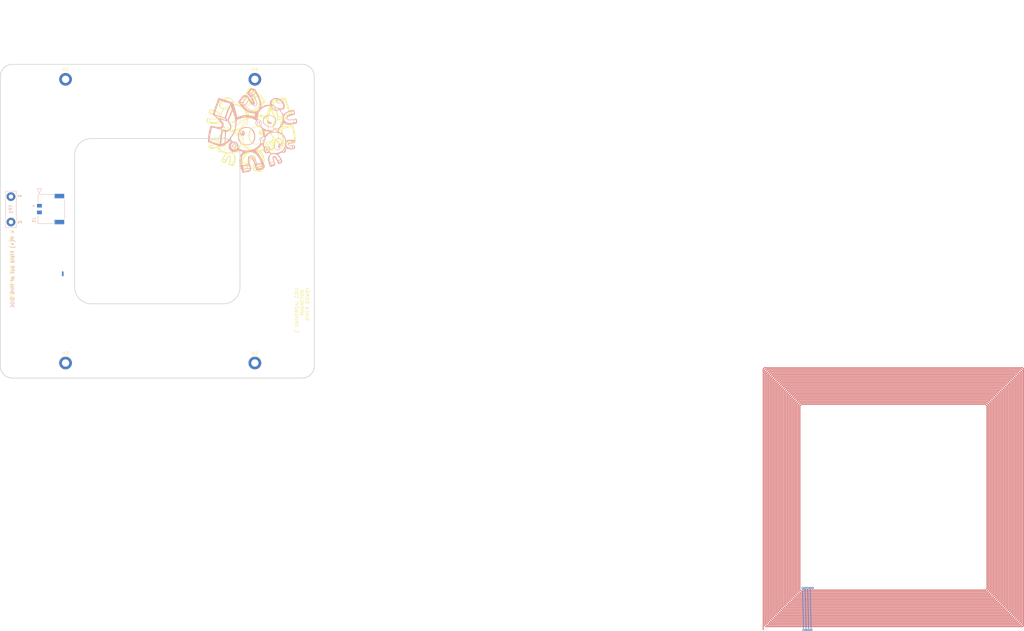
<source format=kicad_pcb>
(kicad_pcb (version 20241229) (generator "pcbnew") (generator_version "9.0")
  (title_block (title "Magneton") (date "2024-12-07") (rev "1.0") (comment 1 "Designed by: Eric Liu      ") (comment 2 "Retrofitted by: River Dowdy"))
  (layers (0 "F.Cu" signal) (4 "In1.Cu" signal) (6 "In2.Cu" signal) (8 "In3.Cu" signal) (10 "In4.Cu" signal) (2 "B.Cu" signal) (13 "F.Paste" user) (15 "B.Paste" user) (5 "F.SilkS" user "F.Silkscreen") (7 "B.SilkS" user "B.Silkscreen") (1 "F.Mask" user) (3 "B.Mask" user) (25 "Edge.Cuts" user))
  (net 0 "")
  (net 2 "COIL_1")
  (net 3 "COIL_2")
  (footprint "MountingHole:MountingHole_2.2mm_M2_DIN965_Pad_TopBottom" (layer "F.Cu") (at 91.151143 148.603288)
    (property "Reference" "H3" (at 0 -2.9 0) (layer "F.SilkS"))
    (property "Value" "~")
    (pad "1" thru_hole circle (at 0 0) (size 2.6 2.6) (drill 2.2) (layers "*.Cu" "*.Mask"))
    (pad "1" connect circle (at 0 0) (size 3.8 3.8) (layers "F.Cu" "F.Mask"))
    (pad "1" connect circle (at 0 0) (size 3.8 3.8) (layers "B.Cu" "B.Mask"))
  )
  (footprint "IMAGE_FOOTPRINTS:mk3smallmag" (layer "F.Cu") (at 146.724 78.709)
    (property "Reference" "G***" (hide yes))
    (property "Value" "LOGO" (hide yes))
  )
  (footprint "MountingHole:MountingHole_2.2mm_M2_DIN965_Pad_TopBottom" (layer "F.Cu") (at 147.825143 63.603288)
    (property "Reference" "H4" (at 0 -2.9 0) (layer "F.SilkS"))
    (property "Value" "~")
    (pad "1" thru_hole circle (at 0 0) (size 2.6 2.6) (drill 2.2) (layers "*.Cu" "*.Mask"))
    (pad "1" connect circle (at 0 0) (size 3.8 3.8) (layers "F.Cu" "F.Mask"))
    (pad "1" connect circle (at 0 0) (size 3.8 3.8) (layers "B.Cu" "B.Mask"))
  )
  (footprint "MountingHole:MountingHole_2.2mm_M2_DIN965_Pad_TopBottom" (layer "F.Cu") (at 147.825143 148.603288)
    (property "Reference" "H2" (at 0 -2.9 0) (layer "F.SilkS"))
    (property "Value" "~")
    (pad "1" thru_hole circle (at 0 0) (size 2.6 2.6) (drill 2.2) (layers "*.Cu" "*.Mask"))
    (pad "1" connect circle (at 0 0) (size 3.8 3.8) (layers "F.Cu" "F.Mask"))
    (pad "1" connect circle (at 0 0) (size 3.8 3.8) (layers "B.Cu" "B.Mask"))
  )
  (footprint "MountingHole:MountingHole_2.2mm_M2_DIN965_Pad_TopBottom" (layer "F.Cu") (at 91.151143 63.603288)
    (property "Reference" "H1" (at 0 -2.9 0) (layer "F.SilkS"))
    (property "Value" "~")
    (pad "1" thru_hole circle (at 0 0) (size 2.6 2.6) (drill 2.2) (layers "*.Cu" "*.Mask"))
    (pad "1" connect circle (at 0 0) (size 3.8 3.8) (layers "F.Cu" "F.Mask"))
    (pad "1" connect circle (at 0 0) (size 3.8 3.8) (layers "B.Cu" "B.Mask"))
  )
  (footprint "ssi_connector:TestPointConnection" (layer "B.Cu") (at 75.304 102.574 -90)
    (property "Reference" "TP1" (at 0 0.5 90) (layer "B.SilkS") (effects (justify mirror)))
    (property "Value" "Start/End of Coil Series" (hide yes))
    (pad "1" thru_hole circle (at -3.82 0.5 270) (size 2.6 2.6) (drill 1.3) (layers "*.Cu" "*.Mask") (net 2 "COIL_1"))
    (pad "2" thru_hole circle (at 3.8 0.5 270) (size 2.6 2.6) (drill 1.3) (layers "*.Cu" "*.Mask") (net 3 "COIL_2"))
  )
  (footprint "ssi_connector:Molex_205338-0002" (layer "B.Cu") (at 83.329001 101.479003 90)
    (property "Reference" "J1" (at -4.305002 -1.625001 90) (layer "B.SilkS") (effects (justify mirror)))
    (property "Value" "2053380002" (hide yes))
    (fp_text user "*" (at -0.01 -1.43 90) (layer "B.SilkS") (effects (justify mirror)))
    (pad "1" smd rect (at 0 0 90) (size 1.1 1.45) (layers "B.Cu" "B.Mask" "B.Paste") (net 2 "COIL_1"))
    (pad "2" smd rect (at -2.000001 0 90) (size 1.1 1.45) (layers "B.Cu" "B.Mask" "B.Paste") (net 3 "COIL_2"))
    (pad "3" smd rect (at 2.894998 5.974999 90) (size 1.35 2.899999) (layers "B.Cu" "B.Mask" "B.Paste"))
    (pad "4" smd rect (at -4.894997 5.974999 90) (size 1.35 2.899999) (layers "B.Cu" "B.Mask" "B.Paste"))
  )
  (footprint "NetTie:NetTie-2_SMD_Pad0.5mm" (layer "B.Cu") (at 90.304 121.874 -90)
    (property "Reference" "NT1" (hide yes))
    (property "Value" "NetTie_2" (hide yes))
    (fp_poly (pts (xy -0.5 0.25) (xy 0.5 0.25) (xy 0.5 -0.25) (xy -0.5 -0.25)) (fill yes) (layer "B.Cu"))
    (pad "1" smd circle (at -0.5 0 270) (size 0.5 0.5) (layers "B.Cu") (net 3 "COIL_2"))
    (pad "2" smd circle (at 0.5 0 270) (size 0.5 0.5) (layers "B.Cu") (net 2 "COIL_1"))
  )
  (footprint "IMAGE_FOOTPRINTS:mk3smallmag" (layer "B.Cu") (at 147.124 78.909 180)
    (property "Reference" "G***" (hide yes))
    (property "Value" "LOGO" (hide yes))
  )
  (gr_line (start 72.939249 59.941828) (end 72.682432 60.17517) (stroke (width 0.2)) (layer "Edge.Cuts"))
  (gr_arc (start 93.861012 86.353778) (mid 95.325478 82.818244) (end 98.861011 81.353778) (stroke (width 0.2)) (layer "Edge.Cuts"))
  (gr_line (start 74.796835 153.073305) (end 75.243142 153.100905) (stroke (width 0.2)) (layer "Edge.Cuts"))
  (gr_line (start 71.697483 62.00523) (end 71.624142 62.735879) (stroke (width 0.2)) (layer "Edge.Cuts"))
  (gr_line (start 72.060028 61.008851) (end 71.907907 61.325299) (stroke (width 0.2)) (layer "Edge.Cuts"))
  (gr_line (start 164.991264 60.710481) (end 164.783197 60.431987) (stroke (width 0.2)) (layer "Edge.Cuts"))
  (gr_line (start 73.777062 152.790693) (end 74.022879 152.88902) (stroke (width 0.2)) (layer "Edge.Cuts"))
  (gr_line (start 72.684115 152.040917) (end 72.881228 152.223915) (stroke (width 0.2)) (layer "Edge.Cuts"))
  (gr_line (start 163.774628 152.638874) (end 164.001311 152.499447) (stroke (width 0.2)) (layer "Edge.Cuts"))
  (gr_line (start 74.512493 59.190223) (end 74.165287 59.279199) (stroke (width 0.2)) (layer "Edge.Cuts"))
  (gr_line (start 74.533763 153.030739) (end 74.796835 153.073305) (stroke (width 0.2)) (layer "Edge.Cuts"))
  (gr_line (start 71.663792 150.016349) (end 71.712736 150.277947) (stroke (width 0.2)) (layer "Edge.Cuts"))
  (gr_line (start 164.90437 151.63963) (end 165.055063 151.419566) (stroke (width 0.2)) (layer "Edge.Cuts"))
  (gr_line (start 71.634123 149.750663) (end 71.663792 150.016349) (stroke (width 0.2)) (layer "Edge.Cuts"))
  (gr_line (start 71.786459 61.658025) (end 71.697483 62.00523) (stroke (width 0.2)) (layer "Edge.Cuts"))
  (gr_line (start 162.786933 153.019973) (end 163.044002 152.952017) (stroke (width 0.2)) (layer "Edge.Cuts"))
  (gr_line (start 164.001311 152.499447) (end 164.217898 152.343188) (stroke (width 0.2)) (layer "Edge.Cuts"))
  (gr_line (start 73.832561 59.400647) (end 73.516113 59.552767) (stroke (width 0.2)) (layer "Edge.Cuts"))
  (gr_line (start 71.866797 150.784887) (end 71.971088 151.028233) (stroke (width 0.2)) (layer "Edge.Cuts"))
  (gr_line (start 164.014543 59.73376) (end 163.716173 59.552767) (stroke (width 0.2)) (layer "Edge.Cuts"))
  (gr_line (start 73.53899 152.674606) (end 73.777062 152.790693) (stroke (width 0.2)) (layer "Edge.Cuts"))
  (gr_line (start 163.066999 59.279199) (end 162.719793 59.190223) (stroke (width 0.2)) (layer "Edge.Cuts"))
  (gr_line (start 71.712736 150.277947) (end 71.780542 150.534459) (stroke (width 0.2)) (layer "Edge.Cuts"))
  (gr_line (start 143.37137 86.354459) (end 143.365997 125.864699) (stroke (width 0.2)) (layer "Edge.Cuts"))
  (gr_line (start 84.616142 153.100905) (end 152.616143 153.108763) (stroke (width 0.2)) (layer "Edge.Cuts"))
  (gr_arc (start 138.371369 81.353778) (mid 141.907144 82.818485) (end 143.37137 86.354459) (stroke (width 0.2)) (layer "Edge.Cuts"))
  (gr_arc (start 143.365997 125.864699) (mid 141.901291 129.399793) (end 138.365997 130.864019) (stroke (width 0.2)) (layer "Edge.Cuts"))
  (gr_line (start 162.258504 153.09876) (end 162.524768 153.069025) (stroke (width 0.2)) (layer "Edge.Cuts"))
  (gr_line (start 165.608143 72.108903) (end 165.608143 62.735879) (stroke (width 0.2)) (layer "Edge.Cuts"))
  (gr_line (start 165.483988 150.451682) (end 165.545687 150.192803) (stroke (width 0.2)) (layer "Edge.Cuts"))
  (gr_line (start 74.275446 152.969173) (end 74.533763 153.030739) (stroke (width 0.2)) (layer "Edge.Cuts"))
  (gr_line (start 165.545687 150.192803) (end 165.588344 149.92916) (stroke (width 0.2)) (layer "Edge.Cuts"))
  (gr_line (start 71.780542 150.534459) (end 71.866797 150.784887) (stroke (width 0.2)) (layer "Edge.Cuts"))
  (gr_line (start 165.588344 149.92916) (end 165.616001 149.481884) (stroke (width 0.2)) (layer "Edge.Cuts"))
  (gr_line (start 73.090076 152.390804) (end 73.309662 152.541172) (stroke (width 0.2)) (layer "Edge.Cuts"))
  (gr_line (start 164.293037 59.941828) (end 164.014543 59.73376) (stroke (width 0.2)) (layer "Edge.Cuts"))
  (gr_line (start 161.989143 153.108763) (end 162.258504 153.09876) (stroke (width 0.2)) (layer "Edge.Cuts"))
  (gr_line (start 72.232126 151.489694) (end 72.388046 151.705813) (stroke (width 0.2)) (layer "Edge.Cuts"))
  (gr_line (start 164.73712 151.848933) (end 164.90437 151.63963) (stroke (width 0.2)) (layer "Edge.Cuts"))
  (gr_line (start 73.309662 152.541172) (end 73.53899 152.674606) (stroke (width 0.2)) (layer "Edge.Cuts"))
  (gr_line (start 165.055063 151.419566) (end 165.188786 151.189739) (stroke (width 0.2)) (layer "Edge.Cuts"))
  (gr_line (start 165.305124 150.951149) (end 165.403662 150.704797) (stroke (width 0.2)) (layer "Edge.Cuts"))
  (gr_line (start 162.719793 59.190223) (end 161.989143 59.116882) (stroke (width 0.2)) (layer "Edge.Cuts"))
  (gr_line (start 72.241022 60.710481) (end 72.060028 61.008851) (stroke (width 0.2)) (layer "Edge.Cuts"))
  (gr_line (start 74.022879 152.88902) (end 74.275446 152.969173) (stroke (width 0.2)) (layer "Edge.Cuts"))
  (gr_line (start 165.616001 149.481884) (end 165.616001 140.108885) (stroke (width 0.2)) (layer "Edge.Cuts"))
  (gr_line (start 71.624142 62.735879) (end 71.624142 149.481884) (stroke (width 0.2)) (layer "Edge.Cuts"))
  (gr_line (start 71.971088 151.028233) (end 72.093002 151.263502) (stroke (width 0.2)) (layer "Edge.Cuts"))
  (gr_line (start 161.989143 59.116882) (end 75.243142 59.116882) (stroke (width 0.2)) (layer "Edge.Cuts"))
  (gr_line (start 152.616143 153.108763) (end 161.989143 153.108763) (stroke (width 0.2)) (layer "Edge.Cuts"))
  (gr_line (start 73.217743 59.73376) (end 72.939249 59.941828) (stroke (width 0.2)) (layer "Edge.Cuts"))
  (gr_line (start 164.553727 152.046474) (end 164.73712 151.848933) (stroke (width 0.2)) (layer "Edge.Cuts"))
  (gr_line (start 165.324379 61.325299) (end 165.172258 61.008851) (stroke (width 0.2)) (layer "Edge.Cuts"))
  (gr_line (start 164.217898 152.343188) (end 164.553727 152.046474) (stroke (width 0.2)) (layer "Edge.Cuts"))
  (gr_line (start 163.399725 59.400647) (end 163.066999 59.279199) (stroke (width 0.2)) (layer "Edge.Cuts"))
  (gr_line (start 75.243142 153.100905) (end 84.616142 153.100905) (stroke (width 0.2)) (layer "Edge.Cuts"))
  (gr_line (start 165.608143 62.735879) (end 165.589508 62.365114) (stroke (width 0.2)) (layer "Edge.Cuts"))
  (gr_arc (start 98.861012 130.864019) (mid 95.325478 129.399553) (end 93.861012 125.86402) (stroke (width 0.2)) (layer "Edge.Cuts"))
  (gr_line (start 165.403662 150.704797) (end 165.483988 150.451682) (stroke (width 0.2)) (layer "Edge.Cuts"))
  (gr_line (start 162.524768 153.069025) (end 162.786933 153.019973) (stroke (width 0.2)) (layer "Edge.Cuts"))
  (gr_line (start 74.872377 59.135517) (end 74.512493 59.190223) (stroke (width 0.2)) (layer "Edge.Cuts"))
  (gr_line (start 71.907907 61.325299) (end 71.786459 61.658025) (stroke (width 0.2)) (layer "Edge.Cuts"))
  (gr_line (start 165.616001 140.108885) (end 165.608143 72.108903) (stroke (width 0.2)) (layer "Edge.Cuts"))
  (gr_line (start 165.188786 151.189739) (end 165.305124 150.951149) (stroke (width 0.2)) (layer "Edge.Cuts"))
  (gr_line (start 93.861012 125.86402) (end 93.861012 86.353778) (stroke (width 0.2)) (layer "Edge.Cuts"))
  (gr_line (start 72.388046 151.705813) (end 72.684115 152.040917) (stroke (width 0.2)) (layer "Edge.Cuts"))
  (gr_line (start 165.589508 62.365114) (end 165.534803 62.00523) (stroke (width 0.2)) (layer "Edge.Cuts"))
  (gr_line (start 138.365997 130.864019) (end 98.861012 130.864019) (stroke (width 0.2)) (layer "Edge.Cuts"))
  (gr_line (start 163.044002 152.952017) (end 163.294973 152.865573) (stroke (width 0.2)) (layer "Edge.Cuts"))
  (gr_line (start 163.294973 152.865573) (end 163.538849 152.761054) (stroke (width 0.2)) (layer "Edge.Cuts"))
  (gr_line (start 75.243142 59.116882) (end 74.872377 59.135517) (stroke (width 0.2)) (layer "Edge.Cuts"))
  (gr_line (start 165.445827 61.658025) (end 165.324379 61.325299) (stroke (width 0.2)) (layer "Edge.Cuts"))
  (gr_line (start 164.783197 60.431987) (end 164.549854 60.17517) (stroke (width 0.2)) (layer "Edge.Cuts"))
  (gr_line (start 165.534803 62.00523) (end 165.445827 61.658025) (stroke (width 0.2)) (layer "Edge.Cuts"))
  (gr_line (start 165.172258 61.008851) (end 164.991264 60.710481) (stroke (width 0.2)) (layer "Edge.Cuts"))
  (gr_line (start 163.716173 59.552767) (end 163.399725 59.400647) (stroke (width 0.2)) (layer "Edge.Cuts"))
  (gr_line (start 163.538849 152.761054) (end 163.774628 152.638874) (stroke (width 0.2)) (layer "Edge.Cuts"))
  (gr_line (start 73.516113 59.552767) (end 73.217743 59.73376) (stroke (width 0.2)) (layer "Edge.Cuts"))
  (gr_line (start 72.881228 152.223915) (end 73.090076 152.390804) (stroke (width 0.2)) (layer "Edge.Cuts"))
  (gr_line (start 74.165287 59.279199) (end 73.832561 59.400647) (stroke (width 0.2)) (layer "Edge.Cuts"))
  (gr_line (start 72.682432 60.17517) (end 72.449089 60.431987) (stroke (width 0.2)) (layer "Edge.Cuts"))
  (gr_line (start 72.449089 60.431987) (end 72.241022 60.710481) (stroke (width 0.2)) (layer "Edge.Cuts"))
  (gr_line (start 164.549854 60.17517) (end 164.293037 59.941828) (stroke (width 0.2)) (layer "Edge.Cuts"))
  (gr_line (start 98.861011 81.353778) (end 138.371369 81.353778) (stroke (width 0.2)) (layer "Edge.Cuts"))
  (gr_line (start 72.093002 151.263502) (end 72.232126 151.489694) (stroke (width 0.2)) (layer "Edge.Cuts"))
  (gr_line (start 71.624142 149.481884) (end 71.634123 149.750663) (stroke (width 0.2)) (layer "Edge.Cuts"))
  (gr_text "1" (at 76.829 99.2065 270) (layer "F.SilkS") (effects (font (size 1 1)) (justify right bottom)))
  (gr_text "2\n" (at 76.829 106.8265 270) (layer "F.SilkS") (effects (font (size 1 1)) (justify right bottom)))
  (gr_text "< If(+) Field into THIS SIDE" (at 74.289 130.3215 270) (layer "F.SilkS") (effects (font (size 1 1)) (justify right bottom)))
  (gr_text "Z UNIVERSAL COIL\nMAGNETON \nRIVER DOWDY" (at 164.179 125.7765 90) (layer "F.SilkS") (effects (font (size 1 1)) (justify right bottom)))
  (gr_text "2\n" (at 76.829 105.874 270) (layer "B.SilkS") (effects (font (size 1 1)) (justify right bottom mirror)))
  (gr_text "< If(+) Field out of THIS SIDE" (at 75.8765 132.2265 90) (layer "B.SilkS") (effects (font (size 1 1)) (justify right bottom mirror)))
  (gr_text "1" (at 76.829 97.9365 270) (layer "B.SilkS") (effects (font (size 1 1)) (justify right bottom mirror)))
  (segment (start 377.62 226.86) (end 377.24 227.24) (width 0.18) (layer "F.Cu") (net 0))
  (segment (start 309.88 160.26) (end 310.26 159.88) (width 0.18) (layer "F.Cu") (net 0))
  (segment (start 374.58 153.04) (end 374.96 153.42) (width 0.18) (layer "F.Cu") (net 0))
  (segment (start 309.12 158.74) (end 368.88 158.74) (width 0.18) (layer "F.Cu") (net 0))
  (segment (start 306.84 157.22) (end 306.84 220.78) (width 0.18) (layer "F.Cu") (net 0))
  (segment (start 368.12 159.5) (end 368.5 159.88) (width 0.18) (layer "F.Cu") (net 0))
  (segment (start 310.26 160.64) (end 310.64 160.26) (width 0.18) (layer "F.Cu") (net 0))
  (segment (start 371.159999 157.22) (end 371.159999 220.4) (width 0.18) (layer "F.Cu") (net 0))
  (segment (start 367.74 159.88) (end 368.12 160.26) (width 0.18) (layer "F.Cu") (net 0))
  (segment (start 304.94 154.56) (end 373.06 154.56) (width 0.18) (layer "F.Cu") (net 0))
  (segment (start 306.46 156.84) (end 306.46 221.16) (width 0.18) (layer "F.Cu") (net 0))
  (segment (start 368.88 218.88) (end 309.5 218.88) (width 0.18) (layer "F.Cu") (net 0))
  (segment (start 311.4 161.02) (end 366.599999 161.02) (width 0.18) (layer "F.Cu") (net 0))
  (segment (start 306.84 221.54) (end 306.46 221.16) (width 0.18) (layer "F.Cu") (net 0))
  (segment (start 368.5 217.74) (end 368.12 218.12) (width 0.18) (layer "F.Cu") (net 0))
  (segment (start 368.5 159.88) (end 368.5 217.74) (width 0.18) (layer "F.Cu") (net 0))
  (segment (start 304.94 223.44) (end 304.56 223.06) (width 0.18) (layer "F.Cu") (net 0))
  (segment (start 305.32 155.7) (end 305.32 222.3) (width 0.18) (layer "F.Cu") (net 0))
  (segment (start 375.34 153.04) (end 375.34 224.58) (width 0.18) (layer "F.Cu") (net 0))
  (segment (start 302.66 153.04) (end 302.66 224.96) (width 0.18) (layer "F.Cu") (net 0))
  (segment (start 366.979999 161.4) (end 366.979999 216.22) (width 0.18) (layer "F.Cu") (net 0))
  (segment (start 311.02 161.4) (end 311.02 216.6) (width 0.18) (layer "F.Cu") (net 0))
  (segment (start 301.9 152.28) (end 302.28 151.9) (width 0.18) (layer "F.Cu") (net 0))
  (segment (start 309.5 218.88) (end 309.12 218.5) (width 0.18) (layer "F.Cu") (net 0))
  (segment (start 306.46 221.92) (end 306.08 221.54) (width 0.18) (layer "F.Cu") (net 0))
  (segment (start 303.42 224.96) (end 303.04 224.58) (width 0.18) (layer "F.Cu") (net 0))
  (segment (start 303.42 153.04) (end 374.58 153.04) (width 0.18) (layer "F.Cu") (net 0))
  (segment (start 374.2 224.2) (end 304.18 224.2) (width 0.18) (layer "F.Cu") (net 0))
  (segment (start 371.539999 220.78) (end 371.159999 221.16) (width 0.18) (layer "F.Cu") (net 0))
  (segment (start 308.74 219.64) (end 308.36 219.26) (width 0.18) (layer "F.Cu") (net 0))
  (segment (start 307.22 156.84) (end 370.78 156.84) (width 0.18) (layer "F.Cu") (net 0))
  (segment (start 373.06 222.3) (end 372.68 222.68) (width 0.18) (layer "F.Cu") (net 0))
  (segment (start 377.24 226.48) (end 376.86 226.86) (width 0.18) (layer "F.Cu") (net 0))
  (segment (start 308.36 158.74) (end 308.74 158.36) (width 0.18) (layer "F.Cu") (net 0))
  (segment (start 304.18 154.56) (end 304.18 223.44) (width 0.18) (layer "F.Cu") (net 0))
  (segment (start 371.919999 155.7) (end 372.299999 156.079999) (width 0.18) (layer "F.Cu") (net 0))
  (segment (start 301.14 227.24) (end 300.76 226.86) (width 0.18) (layer "F.Cu") (net 0))
  (segment (start 369.26 158.36) (end 369.64 158.74) (width 0.18) (layer "F.Cu") (net 0))
  (segment (start 301.52 151.9) (end 301.9 151.52) (width 0.18) (layer "F.Cu") (net 0))
  (segment (start 302.28 226.1) (end 301.9 225.72) (width 0.18) (layer "F.Cu") (net 0))
  (segment (start 300 150.38) (end 300.38 150) (width 0.18) (layer "F.Cu") (net 0))
  (segment (start 309.88 159.5) (end 368.12 159.5) (width 0.18) (layer "F.Cu") (net 0))
  (segment (start 371.159999 221.16) (end 307.22 221.16) (width 0.18) (layer "F.Cu") (net 0))
  (segment (start 311.02 160.64) (end 366.98 160.64) (width 0.18) (layer "F.Cu") (net 0))
  (segment (start 305.32 223.06) (end 304.94 222.68) (width 0.18) (layer "F.Cu") (net 0))
  (segment (start 371.539999 156.84) (end 371.539999 220.78) (width 0.18) (layer "F.Cu") (net 0))
  (segment (start 375.34 224.58) (end 374.96 224.96) (width 0.18) (layer "F.Cu") (net 0))
  (segment (start 302.66 153.04) (end 303.04 152.66) (width 0.18) (layer "F.Cu") (net 0))
  (segment (start 368.88 159.5) (end 368.88 218.12) (width 0.18) (layer "F.Cu") (net 0))
  (segment (start 372.68 221.92) (end 372.3 222.3) (width 0.18) (layer "F.Cu") (net 0))
  (segment (start 366.979999 216.22) (end 366.599999 216.6) (width 0.18) (layer "F.Cu") (net 0))
  (segment (start 309.12 159.5) (end 309.12 218.5) (width 0.18) (layer "F.Cu") (net 0))
  (segment (start 377.24 227.24) (end 301.14 227.24) (width 0.18) (layer "F.Cu") (net 0))
  (segment (start 306.46 156.84) (end 306.84 156.46) (width 0.18) (layer "F.Cu") (net 0))
  (segment (start 302.28 151.9) (end 375.72 151.9) (width 0.18) (layer "F.Cu") (net 0))
  (segment (start 370.78 157.6) (end 370.78 220.02) (width 0.18) (layer "F.Cu") (net 0))
  (segment (start 372.68 155.7) (end 372.68 221.92) (width 0.18) (layer "F.Cu") (net 0))
  (segment (start 307.98 158.36) (end 307.98 219.64) (width 0.18) (layer "F.Cu") (net 0))
  (segment (start 306.08 156.46) (end 306.08 221.54) (width 0.18) (layer "F.Cu") (net 0))
  (segment (start 304.94 155.32) (end 304.94 222.68) (width 0.18) (layer "F.Cu") (net 0))
  (segment (start 304.56 154.18) (end 373.44 154.18) (width 0.18) (layer "F.Cu") (net 0))
  (segment (start 370.02 158.36) (end 370.02 219.26) (width 0.18) (layer "F.Cu") (net 0))
  (segment (start 305.32 154.94) (end 372.68 154.94) (width 0.18) (layer "F.Cu") (net 0))
  (segment (start 368.12 218.12) (end 310.26 218.12) (width 0.18) (layer "F.Cu") (net 0))
  (segment (start 312.159999 216.6) (end 311.78 216.03) (width 0.18) (layer "F.Cu") (net 0))
  (segment (start 311.02 217.36) (end 310.64 216.98) (width 0.18) (layer "F.Cu") (net 0))
  (segment (start 376.479999 225.72) (end 376.099999 226.1) (width 0.18) (layer "F.Cu") (net 0))
  (segment (start 307.6 157.98) (end 307.6 220.019999) (width 0.18) (layer "F.Cu") (net 0))
  (segment (start 372.3 222.3) (end 306.08 222.3) (width 0.18) (layer "F.Cu") (net 0))
  (segment (start 369.64 157.98) (end 370.02 158.36) (width 0.18) (layer "F.Cu") (net 0))
  (segment (start 308.36 158.74) (end 308.36 219.26) (width 0.18) (layer "F.Cu") (net 0))
  (segment (start 310.64 160.26) (end 367.36 160.26) (width 0.18) (layer "F.Cu") (net 0))
  (segment (start 305.7 156.079999) (end 306.08 155.7) (width 0.18) (layer "F.Cu") (net 0))
  (segment (start 367.74 216.98) (end 367.36 217.36) (width 0.18) (layer "F.Cu") (net 0))
  (segment (start 373.82 223.82) (end 304.56 223.82) (width 0.18) (layer "F.Cu") (net 0))
  (segment (start 308.74 158.36) (end 369.26 158.36) (width 0.18) (layer "F.Cu") (net 0))
  (segment (start 373.44 223.44) (end 304.94 223.44) (width 0.18) (layer "F.Cu") (net 0))
  (segment (start 373.44 154.18) (end 373.82 154.56) (width 0.18) (layer "F.Cu") (net 0))
  (segment (start 305.7 222.68) (end 305.32 222.3) (width 0.18) (layer "F.Cu") (net 0))
  (segment (start 309.5 159.88) (end 309.5 218.12) (width 0.18) (layer "F.Cu") (net 0))
  (segment (start 369.26 219.26) (end 309.12 219.26) (width 0.18) (layer "F.Cu") (net 0))
  (segment (start 301.14 151.519999) (end 301.52 151.14) (width 0.18) (layer "F.Cu") (net 0))
  (segment (start 308.74 159.12) (end 309.12 158.74) (width 0.18) (layer "F.Cu") (net 0))
  (segment (start 308.74 159.12) (end 308.74 218.88) (width 0.18) (layer "F.Cu") (net 0))
  (segment (start 306.84 156.46) (end 371.159999 156.46) (width 0.18) (layer "F.Cu") (net 0))
  (segment (start 308.36 220.019999) (end 307.98 219.64) (width 0.18) (layer "F.Cu") (net 0))
  (segment (start 371.159999 156.46) (end 371.539999 156.84) (width 0.18) (layer "F.Cu") (net 0))
  (segment (start 300.76 150.38) (end 377.24 150.38) (width 0.18) (layer "F.Cu") (net 0))
  (segment (start 376.48 151.14) (end 376.86 151.519999) (width 0.18) (layer "F.Cu") (net 0))
  (segment (start 374.96 152.66) (end 375.34 153.04) (width 0.18) (layer "F.Cu") (net 0))
  (segment (start 366.599999 216.6) (end 312.159999 216.6) (width 0.18) (layer "F.Cu") (net 0))
  (segment (start 305.7 156.079999) (end 305.7 221.92) (width 0.18) (layer "F.Cu") (net 0))
  (segment (start 370.02 219.26) (end 369.64 219.64) (width 0.18) (layer "F.Cu") (net 0))
  (segment (start 300.38 150) (end 377.62 150) (width 0.18) (layer "F.Cu") (net 0))
  (segment (start 304.18 224.2) (end 303.8 223.82) (width 0.18) (layer "F.Cu") (net 0))
  (segment (start 373.82 154.56) (end 373.82 223.06) (width 0.18) (layer "F.Cu") (net 0))
  (segment (start 371.919999 221.92) (end 306.46 221.92) (width 0.18) (layer "F.Cu") (net 0))
  (segment (start 300 227.62) (end 300 228.57) (width 0.18) (layer "F.Cu") (net 0))
  (segment (start 377.62 227.62) (end 300.76 227.62) (width 0.18) (layer "F.Cu") (net 0))
  (segment (start 311.02 161.4) (end 311.4 161.02) (width 0.18) (layer "F.Cu") (net 0))
  (segment (start 307.599999 220.78) (end 307.22 220.4) (width 0.18) (layer "F.Cu") (net 0))
  (segment (start 300.76 227.62) (end 300.38 227.24) (width 0.18) (layer "F.Cu") (net 0))
  (segment (start 367.74 160.64) (end 367.74 216.98) (width 0.18) (layer "F.Cu") (net 0))
  (segment (start 375.72 224.96) (end 375.34 225.34) (width 0.18) (layer "F.Cu") (net 0))
  (segment (start 303.8 154.18) (end 303.8 223.82) (width 0.18) (layer "F.Cu") (net 0))
  (segment (start 372.299999 156.079999) (end 372.299999 221.54) (width 0.18) (layer "F.Cu") (net 0))
  (segment (start 307.22 157.6) (end 307.22 220.4) (width 0.18) (layer "F.Cu") (net 0))
  (segment (start 303.8 224.579999) (end 303.42 224.2) (width 0.18) (layer "F.Cu") (net 0))
  (segment (start 378 227.24) (end 377.62 227.62) (width 0.18) (layer "F.Cu") (net 0))
  (segment (start 371.539999 156.08) (end 371.919999 156.46) (width 0.18) (layer "F.Cu") (net 0))
  (segment (start 302.659999 152.28) (end 375.34 152.28) (width 0.18) (layer "F.Cu") (net 0))
  (segment (start 368.12 160.26) (end 368.12 217.36) (width 0.18) (layer "F.Cu") (net 0))
  (segment (start 304.56 154.94) (end 304.94 154.56) (width 0.18) (layer "F.Cu") (net 0))
  (segment (start 376.86 150.76) (end 377.24 151.14) (width 0.18) (layer "F.Cu") (net 0))
  (segment (start 369.26 159.12) (end 369.26 218.5) (width 0.18) (layer "F.Cu") (net 0))
  (segment (start 377.62 150.76) (end 377.62 226.86) (width 0.18) (layer "F.Cu") (net 0))
  (segment (start 374.96 153.42) (end 374.96 224.2) (width 0.18) (layer "F.Cu") (net 0))
  (segment (start 368.12 217.36) (end 367.74 217.74) (width 0.18) (layer "F.Cu") (net 0))
  (segment (start 310.26 218.12) (end 309.88 217.74) (width 0.18) (layer "F.Cu") (net 0))
  (segment (start 372.299999 221.54) (end 371.919999 221.92) (width 0.18) (layer "F.Cu") (net 0))
  (segment (start 369.64 218.88) (end 369.26 219.26) (width 0.18) (layer "F.Cu") (net 0))
  (segment (start 310.64 161.019999) (end 310.64 216.98) (width 0.18) (layer "F.Cu") (net 0))
  (segment (start 366.599999 161.02) (end 366.979999 161.4) (width 0.18) (layer "F.Cu") (net 0))
  (segment (start 304.18 154.56) (end 304.56 154.18) (width 0.18) (layer "F.Cu") (net 0))
  (segment (start 306.84 157.22) (end 307.22 156.84) (width 0.18) (layer "F.Cu") (net 0))
  (segment (start 308.36 157.98) (end 369.64 157.98) (width 0.18) (layer "F.Cu") (net 0))
  (segment (start 307.98 158.36) (end 308.36 157.98) (width 0.18) (layer "F.Cu") (net 0))
  (segment (start 304.56 223.82) (end 304.18 223.44) (width 0.18) (layer "F.Cu") (net 0))
  (segment (start 307.22 157.6) (end 307.6 157.22) (width 0.18) (layer "F.Cu") (net 0))
  (segment (start 304.18 153.8) (end 373.82 153.8) (width 0.18) (layer "F.Cu") (net 0))
  (segment (start 306.08 222.3) (end 305.7 221.92) (width 0.18) (layer "F.Cu") (net 0))
  (segment (start 303.42 153.799999) (end 303.8 153.42) (width 0.18) (layer "F.Cu") (net 0))
  (segment (start 300.76 151.14) (end 301.14 150.76) (width 0.18) (layer "F.Cu") (net 0))
  (segment (start 309.88 218.5) (end 309.5 218.12) (width 0.18) (layer "F.Cu") (net 0))
  (segment (start 374.2 153.42) (end 374.58 153.799999) (width 0.18) (layer "F.Cu") (net 0))
  (segment (start 305.7 155.32) (end 372.3 155.32) (width 0.18) (layer "F.Cu") (net 0))
  (segment (start 369.64 158.74) (end 369.64 218.88) (width 0.18) (layer "F.Cu") (net 0))
  (segment (start 375.72 225.72) (end 302.659999 225.72) (width 0.18) (layer "F.Cu") (net 0))
  (segment (start 368.88 158.74) (end 369.26 159.12) (width 0.18) (layer "F.Cu") (net 0))
  (segment (start 367.36 217.36) (end 311.02 217.36) (width 0.18) (layer "F.Cu") (net 0))
  (segment (start 371.919999 221.16) (end 371.539999 221.54) (width 0.18) (layer "F.Cu") (net 0))
  (segment (start 301.52 226.86) (end 301.14 226.48) (width 0.18) (layer "F.Cu") (net 0))
  (segment (start 373.06 155.32) (end 373.06 222.3) (width 0.18) (layer "F.Cu") (net 0))
  (segment (start 370.78 220.02) (end 370.4 220.4) (width 0.18) (layer "F.Cu") (net 0))
  (segment (start 376.86 226.1) (end 376.48 226.48) (width 0.18) (layer "F.Cu") (net 0))
  (segment (start 306.46 156.08) (end 371.539999 156.08) (width 0.18) (layer "F.Cu") (net 0))
  (segment (start 374.58 224.579999) (end 303.8 224.579999) (width 0.18) (layer "F.Cu") (net 0))
  (segment (start 306.08 156.46) (end 306.46 156.08) (width 0.18) (layer "F.Cu") (net 0))
  (segment (start 304.94 155.32) (end 305.32 154.94) (width 0.18) (layer "F.Cu") (net 0))
  (segment (start 367.36 216.6) (end 366.98 216.98) (width 0.18) (layer "F.Cu") (net 0))
  (segment (start 301.9 151.52) (end 376.099999 151.52) (width 0.18) (layer "F.Cu") (net 0))
  (segment (start 376.099999 225.34) (end 375.72 225.72) (width 0.18) (layer "F.Cu") (net 0))
  (segment (start 376.48 226.48) (end 301.9 226.48) (width 0.18) (layer "F.Cu") (net 0))
  (segment (start 373.82 153.8) (end 374.2 154.18) (width 0.18) (layer "F.Cu") (net 0))
  (segment (start 303.8 154.18) (end 304.18 153.8) (width 0.18) (layer "F.Cu") (net 0))
  (segment (start 301.14 150.76) (end 376.86 150.76) (width 0.18) (layer "F.Cu") (net 0))
  (segment (start 309.5 159.88) (end 309.88 159.5) (width 0.18) (layer "F.Cu") (net 0))
  (segment (start 371.159999 220.4) (end 370.78 220.78) (width 0.18) (layer "F.Cu") (net 0))
  (segment (start 373.44 222.68) (end 373.06 223.06) (width 0.18) (layer "F.Cu") (net 0))
  (segment (start 310.26 160.64) (end 310.26 217.36) (width 0.18) (layer "F.Cu") (net 0))
  (segment (start 307.98 157.6) (end 370.02 157.6) (width 0.18) (layer "F.Cu") (net 0))
  (segment (start 374.96 224.2) (end 374.58 224.579999) (width 0.18) (layer "F.Cu") (net 0))
  (segment (start 376.86 226.86) (end 301.52 226.86) (width 0.18) (layer "F.Cu") (net 0))
  (segment (start 304.56 154.94) (end 304.56 223.06) (width 0.18) (layer "F.Cu") (net 0))
  (segment (start 376.099999 151.52) (end 376.479999 151.9) (width 0.18) (layer "F.Cu") (net 0))
  (segment (start 309.12 219.26) (end 308.74 218.88) (width 0.18) (layer "F.Cu") (net 0))
  (segment (start 372.3 155.32) (end 372.68 155.7) (width 0.18) (layer "F.Cu") (net 0))
  (segment (start 375.72 151.9) (end 376.099999 152.28) (width 0.18) (layer "F.Cu") (net 0))
  (segment (start 307.98 220.4) (end 307.6 220.02) (width 0.18) (layer "F.Cu") (net 0))
  (segment (start 370.4 157.98) (end 370.4 219.64) (width 0.18) (layer "F.Cu") (net 0))
  (segment (start 374.58 223.82) (end 374.2 224.2) (width 0.18) (layer "F.Cu") (net 0))
  (segment (start 367.36 161.019999) (end 367.36 216.6) (width 0.18) (layer "F.Cu") (net 0))
  (segment (start 311.4 216.98) (end 311.02 216.6) (width 0.18) (layer "F.Cu") (net 0))
  (segment (start 303.04 153.42) (end 303.42 153.04) (width 0.18) (layer "F.Cu") (net 0))
  (segment (start 370.4 219.64) (end 370.02 220.019999) (width 0.18) (layer "F.Cu") (net 0))
  (segment (start 307.22 221.16) (end 306.84 220.78) (width 0.18) (layer "F.Cu") (net 0))
  (segment (start 302.28 152.66) (end 302.28 225.34) (width 0.18) (layer "F.Cu") (net 0))
  (segment (start 374.96 224.96) (end 303.42 224.96) (width 0.18) (layer "F.Cu") (net 0))
  (segment (start 307.6 157.98) (end 307.98 157.6) (width 0.18) (layer "F.Cu") (net 0))
  (segment (start 372.68 222.68) (end 305.7 222.68) (width 0.18) (layer "F.Cu") (net 0))
  (segment (start 375.72 152.66) (end 375.72 224.96) (width 0.18) (layer "F.Cu") (net 0))
  (segment (start 369.64 219.64) (end 308.74 219.64) (width 0.18) (layer "F.Cu") (net 0))
  (segment (start 374.2 154.18) (end 374.2 223.44) (width 0.18) (layer "F.Cu") (net 0))
  (segment (start 301.14 151.519999) (end 301.14 226.48) (width 0.18) (layer "F.Cu") (net 0))
  (segment (start 370.78 220.78) (end 307.599999 220.78) (width 0.18) (layer "F.Cu") (net 0))
  (segment (start 373.06 154.56) (end 373.44 154.94) (width 0.18) (layer "F.Cu") (net 0))
  (segment (start 367.36 160.26) (end 367.74 160.64) (width 0.18) (layer "F.Cu") (net 0))
  (segment (start 310.64 161.019999) (end 311.02 160.64) (width 0.18) (layer "F.Cu") (net 0))
  (segment (start 373.82 223.06) (end 373.44 223.44) (width 0.18) (layer "F.Cu") (net 0))
  (segment (start 376.86 151.519999) (end 376.86 226.1) (width 0.18) (layer "F.Cu") (net 0))
  (segment (start 371.919999 156.46) (end 371.919999 221.16) (width 0.18) (layer "F.Cu") (net 0))
  (segment (start 370.02 157.6) (end 370.4 157.98) (width 0.18) (layer "F.Cu") (net 0))
  (segment (start 305.32 155.7) (end 305.7 155.32) (width 0.18) (layer "F.Cu") (net 0))
  (segment (start 301.9 226.48) (end 301.52 226.1) (width 0.18) (layer "F.Cu") (net 0))
  (segment (start 310.64 217.74) (end 310.26 217.36) (width 0.18) (layer "F.Cu") (net 0))
  (segment (start 301.52 151.9) (end 301.52 226.1) (width 0.18) (layer "F.Cu") (net 0))
  (segment (start 376.099999 152.28) (end 376.099999 225.34) (width 0.18) (layer "F.Cu") (net 0))
  (segment (start 377.24 151.14) (end 377.24 226.48) (width 0.18) (layer "F.Cu") (net 0))
  (segment (start 371.539999 221.54) (end 306.84 221.54) (width 0.18) (layer "F.Cu") (net 0))
  (segment (start 377.62 150) (end 378 150.38) (width 0.18) (layer "F.Cu") (net 0))
  (segment (start 375.34 152.28) (end 375.72 152.66) (width 0.18) (layer "F.Cu") (net 0))
  (segment (start 303.039999 225.34) (end 302.659999 224.96) (width 0.18) (layer "F.Cu") (net 0))
  (segment (start 375.34 225.34) (end 303.039999 225.34) (width 0.18) (layer "F.Cu") (net 0))
  (segment (start 376.099999 226.1) (end 302.28 226.1) (width 0.18) (layer "F.Cu") (net 0))
  (segment (start 374.58 153.799999) (end 374.58 223.82) (width 0.18) (layer "F.Cu") (net 0))
  (segment (start 370.4 157.22) (end 370.78 157.6) (width 0.18) (layer "F.Cu") (net 0))
  (segment (start 366.98 160.64) (end 367.36 161.019999) (width 0.18) (layer "F.Cu") (net 0))
  (segment (start 368.88 218.12) (end 368.5 218.5) (width 0.18) (layer "F.Cu") (net 0))
  (segment (start 376.479999 151.9) (end 376.479999 225.72) (width 0.18) (layer "F.Cu") (net 0))
  (segment (start 366.98 216.98) (end 311.4 216.98) (width 0.18) (layer "F.Cu") (net 0))
  (segment (start 370.4 220.4) (end 307.98 220.4) (width 0.18) (layer "F.Cu") (net 0))
  (segment (start 300 150.38) (end 300 227.62) (width 0.18) (layer "F.Cu") (net 0))
  (segment (start 372.68 154.94) (end 373.06 155.32) (width 0.18) (layer "F.Cu") (net 0))
  (segment (start 306.08 155.7) (end 371.919999 155.7) (width 0.18) (layer "F.Cu") (net 0))
  (segment (start 301.9 152.28) (end 301.9 225.72) (width 0.18) (layer "F.Cu") (net 0))
  (segment (start 303.8 153.42) (end 374.2 153.42) (width 0.18) (layer "F.Cu") (net 0))
  (segment (start 301.52 151.14) (end 376.48 151.14) (width 0.18) (layer "F.Cu") (net 0))
  (segment (start 309.5 159.12) (end 368.5 159.12) (width 0.18) (layer "F.Cu") (net 0))
  (segment (start 302.28 152.66) (end 302.659999 152.28) (width 0.18) (layer "F.Cu") (net 0))
  (segment (start 300.38 150.76) (end 300.38 227.24) (width 0.18) (layer "F.Cu") (net 0))
  (segment (start 373.06 223.06) (end 305.32 223.06) (width 0.18) (layer "F.Cu") (net 0))
  (segment (start 369.26 218.5) (end 368.88 218.88) (width 0.18) (layer "F.Cu") (net 0))
  (segment (start 373.44 154.94) (end 373.44 222.68) (width 0.18) (layer "F.Cu") (net 0))
  (segment (start 377.24 150.38) (end 377.62 150.76) (width 0.18) (layer "F.Cu") (net 0))
  (segment (start 303.04 152.66) (end 374.96 152.66) (width 0.18) (layer "F.Cu") (net 0))
  (segment (start 300.76 151.14) (end 300.76 226.86) (width 0.18) (layer "F.Cu") (net 0))
  (segment (start 307.6 157.22) (end 370.4 157.22) (width 0.18) (layer "F.Cu") (net 0))
  (segment (start 303.04 153.42) (end 303.04 224.579999) (width 0.18) (layer "F.Cu") (net 0))
  (segment (start 302.659999 225.72) (end 302.28 225.34) (width 0.18) (layer "F.Cu") (net 0))
  (segment (start 300.38 150.76) (end 300.76 150.38) (width 0.18) (layer "F.Cu") (net 0))
  (segment (start 368.5 159.12) (end 368.88 159.5) (width 0.18) (layer "F.Cu") (net 0))
  (segment (start 374.2 223.44) (end 373.82 223.82) (width 0.18) (layer "F.Cu") (net 0))
  (segment (start 368.5 218.5) (end 309.88 218.5) (width 0.18) (layer "F.Cu") (net 0))
  (segment (start 310.26 159.88) (end 367.74 159.88) (width 0.18) (layer "F.Cu") (net 0))
  (segment (start 309.12 159.5) (end 309.5 159.12) (width 0.18) (layer "F.Cu") (net 0))
  (segment (start 367.74 217.74) (end 310.64 217.74) (width 0.18) (layer "F.Cu") (net 0))
  (segment (start 309.88 160.26) (end 309.88 217.74) (width 0.18) (layer "F.Cu") (net 0))
  (segment (start 370.78 156.84) (end 371.159999 157.22) (width 0.18) (layer "F.Cu") (net 0))
  (segment (start 370.02 220.019999) (end 308.36 220.019999) (width 0.18) (layer "F.Cu") (net 0))
  (segment (start 378 150.38) (end 378 227.24) (width 0.18) (layer "F.Cu") (net 0))
  (segment (start 303.42 153.799999) (end 303.42 224.2) (width 0.18) (layer "F.Cu") (net 0))
  (via (at 312.539999 216.03) (size 0.65) (drill 0.3) (layers "F.Cu" "B.Cu") (net 0))
  (via (at 314.37 228.57) (size 0.65) (drill 0.3) (layers "F.Cu" "B.Cu") (net 0))
  (via (at 312.09 228.57) (size 0.65) (drill 0.3) (layers "F.Cu" "B.Cu") (net 0))
  (via (at 313.299999 216.03) (size 0.65) (drill 0.3) (layers "F.Cu" "B.Cu") (net 0))
  (via (at 314.06 216.03) (size 0.65) (drill 0.3) (layers "F.Cu" "B.Cu") (net 0))
  (via (at 312.849999 228.57) (size 0.65) (drill 0.3) (layers "F.Cu" "B.Cu") (net 0))
  (via (at 311.78 216.03) (size 0.65) (drill 0.3) (layers "F.Cu" "B.Cu") (net 0))
  (via (at 313.61 228.57) (size 0.65) (drill 0.3) (layers "F.Cu" "B.Cu") (net 0))
  (via (at 314.82 216.03) (size 0.65) (drill 0.3) (layers "F.Cu" "B.Cu") (net 0))
  (segment (start 314.37 228.57) (end 314.06 216.03) (width 0.18) (layer "B.Cu") (net 0))
  (segment (start 312.849999 228.57) (end 312.539999 216.03) (width 0.18) (layer "B.Cu") (net 0))
  (segment (start 313.61 228.57) (end 313.299999 216.03) (width 0.18) (layer "B.Cu") (net 0))
  (segment (start 312.09 228.57) (end 311.78 216.03) (width 0.18) (layer "B.Cu") (net 0))
)
</source>
